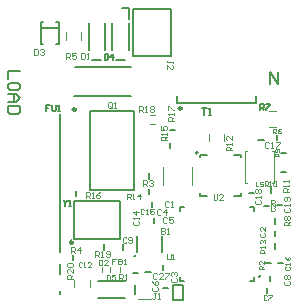
<source format=gto>
G04 Layer_Color=65535*
%FSLAX43Y43*%
%MOMM*%
G71*
G01*
G75*
%ADD54C,0.200*%
%ADD61C,0.150*%
%ADD62C,0.250*%
%ADD84C,0.100*%
%ADD85C,0.102*%
%ADD86C,0.154*%
%ADD87C,0.120*%
D54*
X17050Y12575D02*
G03*
X17050Y12575I-100J0D01*
G01*
X17225Y8950D02*
X17800D01*
X20100D02*
X20675D01*
X20100Y12400D02*
X20675D01*
X17225Y12200D02*
Y12400D01*
X17800D01*
X17225Y8950D02*
Y9150D01*
X20675Y8950D02*
Y9150D01*
Y12200D02*
Y12400D01*
X21440Y7975D02*
X21775D01*
Y7640D02*
Y7975D01*
X15525D02*
X15860D01*
X15525Y7640D02*
Y7975D01*
Y1725D02*
Y2060D01*
Y1725D02*
X15860D01*
X21440D02*
X21775D01*
Y2060D01*
X23800Y19400D02*
Y18400D01*
X23134Y19400D01*
Y18400D01*
X2000Y19525D02*
X1000D01*
Y18859D01*
X2000Y18025D02*
Y18359D01*
X1833Y18525D01*
X1167D01*
X1000Y18359D01*
Y18025D01*
X1167Y17859D01*
X1833D01*
X2000Y18025D01*
X1000Y17526D02*
X1666D01*
X2000Y17192D01*
X1666Y16859D01*
X1000D01*
X1500D01*
Y17526D01*
X2000Y16526D02*
X1000D01*
Y16026D01*
X1167Y15860D01*
X1833D01*
X2000Y16026D01*
Y16526D01*
X11225Y23875D02*
Y24825D01*
X10592D01*
D61*
X7950Y9450D02*
X11650D01*
X7950Y16150D02*
X11650D01*
Y9450D02*
Y16150D01*
X7950Y9450D02*
Y16150D01*
X11600Y20750D02*
Y24725D01*
Y20750D02*
X14775D01*
Y24725D01*
X11600D02*
X14775D01*
X23550Y6574D02*
Y7025D01*
X9100Y4374D02*
Y4825D01*
X11750Y625D02*
Y1375D01*
X8600Y1700D02*
X10900D01*
X8600Y300D02*
X10900D01*
X10675Y4375D02*
Y4826D01*
X22900Y700D02*
Y1151D01*
X9800Y21300D02*
Y23600D01*
X11200Y21300D02*
Y23600D01*
X10125Y20450D02*
X10875D01*
X24050Y10975D02*
X24501D01*
X13975Y4175D02*
Y5525D01*
X11875Y4175D02*
Y5525D01*
X5275Y21750D02*
Y23650D01*
X3775Y21750D02*
Y23650D01*
X5075D02*
X5275D01*
X5075Y21750D02*
X5275D01*
X3775Y23650D02*
X3975D01*
X3775Y21750D02*
X3975D01*
X3785Y23180D02*
X5265D01*
X22650Y8100D02*
X23101D01*
X21350Y9175D02*
X21801D01*
X22175Y13650D02*
X22626D01*
X15275Y16800D02*
Y17375D01*
Y16800D02*
X21975D01*
Y17375D01*
X23725Y8125D02*
X24176D01*
X14125Y2624D02*
Y3075D01*
X14100Y1100D02*
X14551D01*
X13175Y7999D02*
Y8450D01*
X13307Y6649D02*
Y7100D01*
X12599Y2475D02*
X13050D01*
X23175Y1700D02*
Y2151D01*
X23800Y3225D02*
X24251D01*
X23600Y5525D02*
Y5976D01*
X7800Y21300D02*
Y23600D01*
X9200Y21300D02*
Y23600D01*
X8125Y20450D02*
X8875D01*
X23775Y13674D02*
Y14125D01*
X12900Y10399D02*
Y10850D01*
X6500Y3475D02*
Y3926D01*
X11549Y2425D02*
X12000D01*
X22750Y3225D02*
X23201D01*
X23225Y9200D02*
Y9651D01*
X23600Y4449D02*
Y4900D01*
X24050Y12600D02*
X24501D01*
X14650Y14475D02*
X15101D01*
X6750Y8899D02*
Y9350D01*
X14700Y12974D02*
Y13425D01*
X12900Y9075D02*
Y9526D01*
X5412Y4200D02*
Y15858D01*
Y2325D02*
Y3200D01*
Y650D02*
Y900D01*
X14925Y1425D02*
X15775D01*
Y135D02*
Y1425D01*
X14925Y135D02*
Y1425D01*
Y135D02*
X15775D01*
X6625Y19825D02*
X11375D01*
X6600Y17400D02*
X11350D01*
X22300Y16200D02*
Y16700D01*
X22550D01*
X22633Y16617D01*
Y16450D01*
X22550Y16367D01*
X22300D01*
X22467D02*
X22633Y16200D01*
X22800Y16700D02*
X23133D01*
Y16617D01*
X22800Y16283D01*
Y16200D01*
X4558Y16600D02*
X4225D01*
Y16350D01*
X4392D01*
X4225D01*
Y16100D01*
X4725Y16600D02*
Y16183D01*
X4808Y16100D01*
X4975D01*
X5058Y16183D01*
Y16600D01*
X5225Y16100D02*
X5391D01*
X5308D01*
Y16600D01*
X5225Y16517D01*
X5675Y8550D02*
Y8467D01*
X5842Y8300D01*
X6008Y8467D01*
Y8550D01*
X5842Y8300D02*
Y8050D01*
X6175D02*
X6341D01*
X6258D01*
Y8550D01*
X6175Y8467D01*
X17400Y16350D02*
X17800D01*
X17600D01*
Y15750D01*
X18000D02*
X18200D01*
X18100D01*
Y16350D01*
X18000Y16250D01*
X9150Y20925D02*
Y20425D01*
X9400D01*
X9483Y20508D01*
Y20842D01*
X9400Y20925D01*
X9150D01*
X9900Y20425D02*
Y20925D01*
X9650Y20675D01*
X9983D01*
D62*
X6725Y16250D02*
G03*
X6725Y16250I-125J0D01*
G01*
X11725Y3825D02*
G03*
X11725Y3825I-50J0D01*
G01*
X15675Y16325D02*
G03*
X15675Y16325I-125J0D01*
G01*
X22275Y2125D02*
G03*
X22275Y2125I-50J0D01*
G01*
X6475Y5000D02*
G03*
X6475Y5000I-125J0D01*
G01*
D84*
X11950Y200D02*
X13050D01*
X8975Y2450D02*
Y2901D01*
X9625Y2475D02*
Y2875D01*
X21075Y10050D02*
X21225D01*
X21075Y12750D02*
X21225D01*
X23325Y10050D02*
X23475D01*
X23325Y12750D02*
X23475D01*
Y10050D02*
Y12750D01*
X21075Y10050D02*
Y12750D01*
X14925Y20142D02*
Y20308D01*
Y20225D01*
X14508D01*
X14425Y20308D01*
Y20392D01*
X14508Y20475D01*
X14425Y19642D02*
Y19975D01*
X14758Y19642D01*
X14842D01*
X14925Y19725D01*
Y19892D01*
X14842Y19975D01*
X24825Y6450D02*
X24375D01*
Y6675D01*
X24450Y6750D01*
X24600D01*
X24675Y6675D01*
Y6450D01*
Y6600D02*
X24825Y6750D01*
X24450Y6900D02*
X24375Y6975D01*
Y7125D01*
X24450Y7200D01*
X24525D01*
X24600Y7125D01*
X24675Y7200D01*
X24750D01*
X24825Y7125D01*
Y6975D01*
X24750Y6900D01*
X24675D01*
X24600Y6975D01*
X24525Y6900D01*
X24450D01*
X24600Y6975D02*
Y7125D01*
X18375Y9100D02*
Y8683D01*
X18458Y8600D01*
X18625D01*
X18708Y8683D01*
Y9100D01*
X19208Y8600D02*
X18875D01*
X19208Y8933D01*
Y9017D01*
X19125Y9100D01*
X18958D01*
X18875Y9017D01*
X8375Y3750D02*
Y4250D01*
X8625D01*
X8708Y4167D01*
Y4000D01*
X8625Y3917D01*
X8375D01*
X8542D02*
X8708Y3750D01*
X8875D02*
X9041D01*
X8958D01*
Y4250D01*
X8875Y4167D01*
X9291Y3833D02*
X9375Y3750D01*
X9541D01*
X9625Y3833D01*
Y4167D01*
X9541Y4250D01*
X9375D01*
X9291Y4167D01*
Y4083D01*
X9375Y4000D01*
X9625D01*
X9350Y2250D02*
Y1850D01*
X9550D01*
X9617Y1917D01*
Y2183D01*
X9550Y2250D01*
X9350D01*
X10016D02*
X9750D01*
Y2050D01*
X9883Y2117D01*
X9950D01*
X10016Y2050D01*
Y1917D01*
X9950Y1850D01*
X9817D01*
X9750Y1917D01*
X11008Y5367D02*
X10925Y5450D01*
X10758D01*
X10675Y5367D01*
Y5033D01*
X10758Y4950D01*
X10925D01*
X11008Y5033D01*
X11175D02*
X11258Y4950D01*
X11425D01*
X11508Y5033D01*
Y5367D01*
X11425Y5450D01*
X11258D01*
X11175Y5367D01*
Y5283D01*
X11258Y5200D01*
X11508D01*
X6475Y1925D02*
X5975D01*
Y2175D01*
X6058Y2258D01*
X6225D01*
X6308Y2175D01*
Y1925D01*
Y2092D02*
X6475Y2258D01*
Y2758D02*
Y2425D01*
X6142Y2758D01*
X6058D01*
X5975Y2675D01*
Y2508D01*
X6058Y2425D01*
Y2925D02*
X5975Y3008D01*
Y3175D01*
X6058Y3258D01*
X6392D01*
X6475Y3175D01*
Y3008D01*
X6392Y2925D01*
X6058D01*
X13533Y675D02*
X13367D01*
X13450D01*
Y258D01*
X13367Y175D01*
X13283D01*
X13200Y258D01*
X13700Y175D02*
X13866D01*
X13783D01*
Y675D01*
X13700Y592D01*
X22892Y483D02*
X22825Y550D01*
X22692D01*
X22625Y483D01*
Y217D01*
X22692Y150D01*
X22825D01*
X22892Y217D01*
X23025Y550D02*
X23291D01*
Y483D01*
X23025Y217D01*
Y150D01*
X12075Y16000D02*
Y16500D01*
X12325D01*
X12408Y16417D01*
Y16250D01*
X12325Y16167D01*
X12075D01*
X12242D02*
X12408Y16000D01*
X12575D02*
X12741D01*
X12658D01*
Y16500D01*
X12575Y16417D01*
X12991D02*
X13075Y16500D01*
X13241D01*
X13325Y16417D01*
Y16333D01*
X13241Y16250D01*
X13325Y16167D01*
Y16083D01*
X13241Y16000D01*
X13075D01*
X12991Y16083D01*
Y16167D01*
X13075Y16250D01*
X12991Y16333D01*
Y16417D01*
X13075Y16250D02*
X13241D01*
X7550Y8725D02*
Y9225D01*
X7800D01*
X7883Y9142D01*
Y8975D01*
X7800Y8892D01*
X7550D01*
X7717D02*
X7883Y8725D01*
X8050D02*
X8216D01*
X8133D01*
Y9225D01*
X8050Y9142D01*
X8800Y9225D02*
X8633Y9142D01*
X8466Y8975D01*
Y8808D01*
X8550Y8725D01*
X8716D01*
X8800Y8808D01*
Y8892D01*
X8716Y8975D01*
X8466D01*
X14425Y13625D02*
X13925D01*
Y13875D01*
X14008Y13958D01*
X14175D01*
X14258Y13875D01*
Y13625D01*
Y13792D02*
X14425Y13958D01*
Y14125D02*
Y14291D01*
Y14208D01*
X13925D01*
X14008Y14125D01*
X13925Y14875D02*
Y14541D01*
X14175D01*
X14092Y14708D01*
Y14791D01*
X14175Y14875D01*
X14342D01*
X14425Y14791D01*
Y14625D01*
X14342Y14541D01*
X19925Y12775D02*
X19425D01*
Y13025D01*
X19508Y13108D01*
X19675D01*
X19758Y13025D01*
Y12775D01*
Y12942D02*
X19925Y13108D01*
Y13275D02*
Y13441D01*
Y13358D01*
X19425D01*
X19508Y13275D01*
X19925Y14025D02*
Y13691D01*
X19592Y14025D01*
X19508D01*
X19425Y13941D01*
Y13775D01*
X19508Y13691D01*
X23950Y12275D02*
X23600D01*
Y12450D01*
X23658Y12508D01*
X23775D01*
X23833Y12450D01*
Y12275D01*
Y12392D02*
X23950Y12508D01*
X23892Y12625D02*
X23950Y12683D01*
Y12800D01*
X23892Y12858D01*
X23658D01*
X23600Y12800D01*
Y12683D01*
X23658Y12625D01*
X23717D01*
X23775Y12683D01*
Y12858D01*
X22700Y9750D02*
Y10150D01*
X22900D01*
X22967Y10083D01*
Y9950D01*
X22900Y9883D01*
X22700D01*
X22833D02*
X22967Y9750D01*
X23100D02*
X23233D01*
X23167D01*
Y10150D01*
X23100Y10083D01*
X23433D02*
X23500Y10150D01*
X23633D01*
X23700Y10083D01*
Y9817D01*
X23633Y9750D01*
X23500D01*
X23433Y9817D01*
Y10083D01*
X22625Y2725D02*
X22225D01*
Y2925D01*
X22292Y2992D01*
X22425D01*
X22492Y2925D01*
Y2725D01*
Y2858D02*
X22625Y2992D01*
Y3391D02*
Y3125D01*
X22358Y3391D01*
X22292D01*
X22225Y3325D01*
Y3192D01*
X22292Y3125D01*
X10400Y1850D02*
Y2300D01*
X10625D01*
X10700Y2225D01*
Y2075D01*
X10625Y2000D01*
X10400D01*
X10550D02*
X10700Y1850D01*
X10850D02*
X11000D01*
X10925D01*
Y2300D01*
X10850Y2225D01*
X5875Y20525D02*
Y21025D01*
X6125D01*
X6208Y20942D01*
Y20775D01*
X6125Y20692D01*
X5875D01*
X6042D02*
X6208Y20525D01*
X6708Y21025D02*
X6375D01*
Y20775D01*
X6541Y20858D01*
X6625D01*
X6708Y20775D01*
Y20608D01*
X6625Y20525D01*
X6458D01*
X6375Y20608D01*
X23400Y14225D02*
Y14625D01*
X23600D01*
X23667Y14558D01*
Y14425D01*
X23600Y14358D01*
X23400D01*
X23533D02*
X23667Y14225D01*
X24066Y14625D02*
X23933Y14558D01*
X23800Y14425D01*
Y14292D01*
X23867Y14225D01*
X24000D01*
X24066Y14292D01*
Y14358D01*
X24000Y14425D01*
X23800D01*
X10108Y3625D02*
X9775D01*
Y3375D01*
X9942D01*
X9775D01*
Y3125D01*
X10275Y3625D02*
Y3125D01*
X10525D01*
X10608Y3208D01*
Y3292D01*
X10525Y3375D01*
X10275D01*
X10525D01*
X10608Y3458D01*
Y3542D01*
X10525Y3625D01*
X10275D01*
X10775Y3125D02*
X10941D01*
X10858D01*
Y3625D01*
X10775Y3542D01*
X11675Y6800D02*
X11600Y6725D01*
Y6575D01*
X11675Y6500D01*
X11975D01*
X12050Y6575D01*
Y6725D01*
X11975Y6800D01*
X12050Y6950D02*
Y7100D01*
Y7025D01*
X11600D01*
X11675Y6950D01*
X12050Y7550D02*
X11600D01*
X11825Y7325D01*
Y7625D01*
X7242Y3258D02*
X7175Y3325D01*
X7042D01*
X6975Y3258D01*
Y2992D01*
X7042Y2925D01*
X7175D01*
X7242Y2992D01*
X7375Y2925D02*
X7508D01*
X7442D01*
Y3325D01*
X7375Y3258D01*
X7975Y2925D02*
X7708D01*
X7975Y3192D01*
Y3258D01*
X7908Y3325D01*
X7775D01*
X7708Y3258D01*
X13233Y1208D02*
X13150Y1125D01*
Y958D01*
X13233Y875D01*
X13567D01*
X13650Y958D01*
Y1125D01*
X13567Y1208D01*
X13150Y1708D02*
X13233Y1541D01*
X13400Y1375D01*
X13567D01*
X13650Y1458D01*
Y1625D01*
X13567Y1708D01*
X13483D01*
X13400Y1625D01*
Y1375D01*
X14408Y7042D02*
X14325Y7125D01*
X14158D01*
X14075Y7042D01*
Y6708D01*
X14158Y6625D01*
X14325D01*
X14408Y6708D01*
X14908Y7125D02*
X14575D01*
Y6875D01*
X14741Y6958D01*
X14825D01*
X14908Y6875D01*
Y6708D01*
X14825Y6625D01*
X14658D01*
X14575Y6708D01*
X14833Y1958D02*
X14750Y1875D01*
Y1708D01*
X14833Y1625D01*
X15167D01*
X15250Y1708D01*
Y1875D01*
X15167Y1958D01*
X14833Y2125D02*
X14750Y2208D01*
Y2375D01*
X14833Y2458D01*
X14917D01*
X15000Y2375D01*
Y2291D01*
Y2375D01*
X15083Y2458D01*
X15167D01*
X15250Y2375D01*
Y2208D01*
X15167Y2125D01*
X13583Y2342D02*
X13500Y2425D01*
X13333D01*
X13250Y2342D01*
Y2008D01*
X13333Y1925D01*
X13500D01*
X13583Y2008D01*
X14083Y1925D02*
X13750D01*
X14083Y2258D01*
Y2342D01*
X14000Y2425D01*
X13833D01*
X13750Y2342D01*
X14250Y2425D02*
X14583D01*
Y2342D01*
X14250Y2008D01*
Y1925D01*
X23083Y13417D02*
X23000Y13500D01*
X22833D01*
X22750Y13417D01*
Y13083D01*
X22833Y13000D01*
X23000D01*
X23083Y13083D01*
X23250Y13000D02*
X23416D01*
X23333D01*
Y13500D01*
X23250Y13417D01*
X23666Y13500D02*
X24000D01*
Y13417D01*
X23666Y13083D01*
Y13000D01*
X22008Y8558D02*
X21925Y8475D01*
Y8308D01*
X22008Y8225D01*
X22342D01*
X22425Y8308D01*
Y8475D01*
X22342Y8558D01*
X22425Y8725D02*
Y8891D01*
Y8808D01*
X21925D01*
X22008Y8725D01*
Y9141D02*
X21925Y9225D01*
Y9391D01*
X22008Y9475D01*
X22092D01*
X22175Y9391D01*
X22258Y9475D01*
X22342D01*
X22425Y9391D01*
Y9225D01*
X22342Y9141D01*
X22258D01*
X22175Y9225D01*
X22092Y9141D01*
X22008D01*
X22175Y9225D02*
Y9391D01*
X23283Y7883D02*
X23225Y7825D01*
Y7708D01*
X23283Y7650D01*
X23517D01*
X23575Y7708D01*
Y7825D01*
X23517Y7883D01*
X23575Y8233D02*
Y8000D01*
X23342Y8233D01*
X23283D01*
X23225Y8175D01*
Y8058D01*
X23283Y8000D01*
Y8350D02*
X23225Y8408D01*
Y8525D01*
X23283Y8583D01*
X23517D01*
X23575Y8525D01*
Y8408D01*
X23517Y8350D01*
X23283D01*
X3175Y21400D02*
Y20900D01*
X3425D01*
X3508Y20983D01*
Y21317D01*
X3425Y21400D01*
X3175D01*
X3675Y21317D02*
X3758Y21400D01*
X3925D01*
X4008Y21317D01*
Y21233D01*
X3925Y21150D01*
X3841D01*
X3925D01*
X4008Y21067D01*
Y20983D01*
X3925Y20900D01*
X3758D01*
X3675Y20983D01*
X21950Y10075D02*
Y9725D01*
X22183D01*
X22533Y10075D02*
X22300D01*
Y9900D01*
X22417Y9958D01*
X22475D01*
X22533Y9900D01*
Y9783D01*
X22475Y9725D01*
X22358D01*
X22300Y9783D01*
X8675Y3525D02*
Y3075D01*
X8900D01*
X8975Y3150D01*
Y3450D01*
X8900Y3525D01*
X8675D01*
X9425Y3075D02*
X9125D01*
X9425Y3375D01*
Y3450D01*
X9350Y3525D01*
X9200D01*
X9125Y3450D01*
X13950Y6225D02*
Y5725D01*
X14200D01*
X14283Y5808D01*
Y5892D01*
X14200Y5975D01*
X13950D01*
X14200D01*
X14283Y6058D01*
Y6142D01*
X14200Y6225D01*
X13950D01*
X14450Y5725D02*
X14616D01*
X14533D01*
Y6225D01*
X14450Y6142D01*
D85*
X7900Y1225D02*
Y1845D01*
X6590Y1225D02*
Y1845D01*
X10500Y2445D02*
Y2905D01*
X16575Y9835D02*
Y11385D01*
X14075Y9825D02*
Y11375D01*
X7185Y22155D02*
Y22775D01*
X5875Y22155D02*
Y22775D01*
X23075Y16110D02*
X23695D01*
X23075Y14800D02*
X23695D01*
X17975Y13580D02*
Y14200D01*
X19285Y13580D02*
Y14200D01*
X12970Y15800D02*
X13420D01*
X12970Y15000D02*
X13420D01*
D86*
X6600Y8495D02*
X10500D01*
X6600Y5275D02*
Y8495D01*
X10500Y5275D02*
Y8495D01*
X6600Y5275D02*
X10500D01*
D87*
X9783Y16483D02*
Y16817D01*
X9700Y16900D01*
X9533D01*
X9450Y16817D01*
Y16483D01*
X9533Y16400D01*
X9700D01*
X9617Y16567D02*
X9783Y16400D01*
X9700D02*
X9783Y16483D01*
X9950Y16400D02*
X10116D01*
X10033D01*
Y16900D01*
X9950Y16817D01*
X15000Y15250D02*
X14500D01*
Y15500D01*
X14583Y15583D01*
X14750D01*
X14833Y15500D01*
Y15250D01*
Y15417D02*
X15000Y15583D01*
Y15750D02*
Y15916D01*
Y15833D01*
X14500D01*
X14583Y15750D01*
X14500Y16166D02*
Y16500D01*
X14583D01*
X14917Y16166D01*
X15000D01*
X11075Y8675D02*
Y9125D01*
X11300D01*
X11375Y9050D01*
Y8900D01*
X11300Y8825D01*
X11075D01*
X11225D02*
X11375Y8675D01*
X11525D02*
X11675D01*
X11600D01*
Y9125D01*
X11525Y9050D01*
X12125Y8675D02*
Y9125D01*
X11900Y8900D01*
X12200D01*
X22775Y4075D02*
X22325D01*
Y4300D01*
X22400Y4375D01*
X22550D01*
X22625Y4300D01*
Y4075D01*
Y4225D02*
X22775Y4375D01*
Y4525D02*
Y4675D01*
Y4600D01*
X22325D01*
X22400Y4525D01*
Y4900D02*
X22325Y4975D01*
Y5125D01*
X22400Y5200D01*
X22475D01*
X22550Y5125D01*
Y5050D01*
Y5125D01*
X22625Y5200D01*
X22700D01*
X22775Y5125D01*
Y4975D01*
X22700Y4900D01*
X6350Y4125D02*
Y4625D01*
X6600D01*
X6683Y4542D01*
Y4375D01*
X6600Y4292D01*
X6350D01*
X6517D02*
X6683Y4125D01*
X7100D02*
Y4625D01*
X6850Y4375D01*
X7183D01*
X12425Y9750D02*
Y10250D01*
X12675D01*
X12758Y10167D01*
Y10000D01*
X12675Y9917D01*
X12425D01*
X12592D02*
X12758Y9750D01*
X12925Y10167D02*
X13008Y10250D01*
X13175D01*
X13258Y10167D01*
Y10083D01*
X13175Y10000D01*
X13091D01*
X13175D01*
X13258Y9917D01*
Y9833D01*
X13175Y9750D01*
X13008D01*
X12925Y9833D01*
X7125Y21050D02*
Y20550D01*
X7375D01*
X7458Y20633D01*
Y20967D01*
X7375Y21050D01*
X7125D01*
X7625Y20550D02*
X7791D01*
X7708D01*
Y21050D01*
X7625Y20967D01*
X14633Y8417D02*
X14550Y8500D01*
X14383D01*
X14300Y8417D01*
Y8083D01*
X14383Y8000D01*
X14550D01*
X14633Y8083D01*
X14800Y8000D02*
X14966D01*
X14883D01*
Y8500D01*
X14800Y8417D01*
X22358Y5808D02*
X22275Y5725D01*
Y5558D01*
X22358Y5475D01*
X22692D01*
X22775Y5558D01*
Y5725D01*
X22692Y5808D01*
X22775Y6308D02*
Y5975D01*
X22442Y6308D01*
X22358D01*
X22275Y6225D01*
Y6058D01*
X22358Y5975D01*
X14450Y4000D02*
Y3625D01*
X14525Y3550D01*
X14675D01*
X14750Y3625D01*
Y4000D01*
X14900Y3550D02*
X15050D01*
X14975D01*
Y4000D01*
X14900Y3925D01*
X24500Y2950D02*
X24425Y2875D01*
Y2725D01*
X24500Y2650D01*
X24800D01*
X24875Y2725D01*
Y2875D01*
X24800Y2950D01*
X24875Y3100D02*
Y3250D01*
Y3175D01*
X24425D01*
X24500Y3100D01*
X24425Y3775D02*
X24500Y3625D01*
X24650Y3475D01*
X24800D01*
X24875Y3550D01*
Y3700D01*
X24800Y3775D01*
X24725D01*
X24650Y3700D01*
Y3475D01*
X12500Y7750D02*
X12425Y7825D01*
X12275D01*
X12200Y7750D01*
Y7450D01*
X12275Y7375D01*
X12425D01*
X12500Y7450D01*
X12650Y7375D02*
X12800D01*
X12725D01*
Y7825D01*
X12650Y7750D01*
X13325Y7825D02*
X13025D01*
Y7600D01*
X13175Y7675D01*
X13250D01*
X13325Y7600D01*
Y7450D01*
X13250Y7375D01*
X13100D01*
X13025Y7450D01*
X24458Y1733D02*
X24375Y1650D01*
Y1483D01*
X24458Y1400D01*
X24792D01*
X24875Y1483D01*
Y1650D01*
X24792Y1733D01*
X24458Y1900D02*
X24375Y1983D01*
Y2150D01*
X24458Y2233D01*
X24542D01*
X24625Y2150D01*
X24708Y2233D01*
X24792D01*
X24875Y2150D01*
Y1983D01*
X24792Y1900D01*
X24708D01*
X24625Y1983D01*
X24542Y1900D01*
X24458D01*
X24625Y1983D02*
Y2150D01*
X13958Y7742D02*
X13875Y7825D01*
X13708D01*
X13625Y7742D01*
Y7408D01*
X13708Y7325D01*
X13875D01*
X13958Y7408D01*
X14375Y7325D02*
Y7825D01*
X14125Y7575D01*
X14458D01*
X24433Y7883D02*
X24350Y7800D01*
Y7633D01*
X24433Y7550D01*
X24767D01*
X24850Y7633D01*
Y7800D01*
X24767Y7883D01*
X24850Y8050D02*
Y8216D01*
Y8133D01*
X24350D01*
X24433Y8050D01*
X24767Y8466D02*
X24850Y8550D01*
Y8716D01*
X24767Y8800D01*
X24433D01*
X24350Y8716D01*
Y8550D01*
X24433Y8466D01*
X24517D01*
X24600Y8550D01*
Y8800D01*
X24800Y9225D02*
X24300D01*
Y9475D01*
X24383Y9558D01*
X24550D01*
X24633Y9475D01*
Y9225D01*
Y9392D02*
X24800Y9558D01*
Y9725D02*
Y9891D01*
Y9808D01*
X24300D01*
X24383Y9725D01*
X24800Y10141D02*
Y10308D01*
Y10225D01*
X24300D01*
X24383Y10141D01*
M02*

</source>
